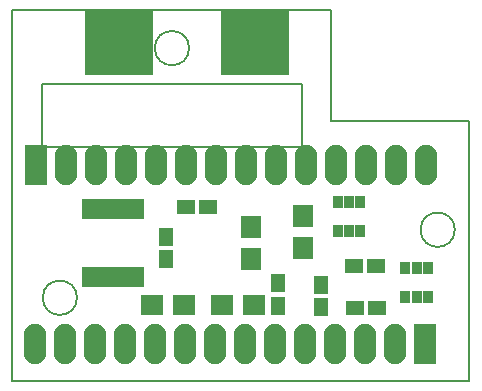
<source format=gbr>
G04 #@! TF.FileFunction,Soldermask,Bot*
%FSLAX46Y46*%
G04 Gerber Fmt 4.6, Leading zero omitted, Abs format (unit mm)*
G04 Created by KiCad (PCBNEW 4.0.2-stable) date 04/04/2016 12:36:13*
%MOMM*%
G01*
G04 APERTURE LIST*
%ADD10C,0.100000*%
%ADD11C,0.150000*%
%ADD12R,0.750520X1.799540*%
%ADD13R,1.700000X1.900000*%
%ADD14R,1.900000X1.700000*%
%ADD15R,0.900000X1.025000*%
%ADD16R,1.150000X1.600000*%
%ADD17R,1.600000X1.150000*%
%ADD18O,1.906220X3.414980*%
%ADD19R,1.906220X3.414980*%
%ADD20R,5.800000X5.400000*%
G04 APERTURE END LIST*
D10*
D11*
X138272205Y-108370000D02*
G75*
G03X138272205Y-108370000I-1452205J0D01*
G01*
X147762205Y-87232205D02*
G75*
G03X147762205Y-87232205I-1452205J0D01*
G01*
X170260000Y-102610000D02*
G75*
G03X170260000Y-102610000I-1452205J0D01*
G01*
X138272205Y-108370000D02*
G75*
G03X138272205Y-108370000I-1452205J0D01*
G01*
X157300000Y-95600000D02*
X135300000Y-95600000D01*
X157300000Y-90300000D02*
X157300000Y-95600000D01*
X135300000Y-90300000D02*
X157300000Y-90300000D01*
X135300000Y-95600000D02*
X135300000Y-90300000D01*
X171500000Y-115400000D02*
X132800000Y-115400000D01*
X171500000Y-115200000D02*
X171500000Y-115400000D01*
X171500000Y-111400000D02*
X171500000Y-115200000D01*
X171500000Y-103100000D02*
X171500000Y-111400000D01*
X171500000Y-93400000D02*
X171500000Y-103100000D01*
X159800000Y-93400000D02*
X171500000Y-93400000D01*
X159800000Y-84000000D02*
X159800000Y-93400000D01*
X132800000Y-84000000D02*
X159800000Y-84000000D01*
X132800000Y-84400000D02*
X132800000Y-84000000D01*
X132800000Y-85400000D02*
X132800000Y-84400000D01*
X132800000Y-115400000D02*
X132800000Y-85400000D01*
D12*
X143576040Y-106583480D03*
X142925800Y-106583480D03*
X142275560Y-106583480D03*
X141625320Y-106583480D03*
X140975080Y-106583480D03*
X140324840Y-106583480D03*
X139674600Y-106583480D03*
X139024360Y-106583480D03*
X139024360Y-100832920D03*
X139674600Y-100832920D03*
X140324840Y-100832920D03*
X140975080Y-100832920D03*
X141625320Y-100832920D03*
X142275560Y-100832920D03*
X142925800Y-100832920D03*
X143576040Y-100832920D03*
D13*
X153035000Y-102383600D03*
X153035000Y-105083600D03*
X157378400Y-101443800D03*
X157378400Y-104143800D03*
D14*
X147298400Y-109016800D03*
X144598400Y-109016800D03*
X153216600Y-109016800D03*
X150516600Y-109016800D03*
D15*
X160340000Y-100293000D03*
X161290000Y-100293000D03*
X162240000Y-100293000D03*
X160340000Y-102743000D03*
X161290000Y-102743000D03*
X162240000Y-102743000D03*
X166080400Y-105892600D03*
X167030400Y-105892600D03*
X167980400Y-105892600D03*
X166080400Y-108342600D03*
X167030400Y-108342600D03*
X167980400Y-108342600D03*
D16*
X145846800Y-103190000D03*
X145846800Y-105090000D03*
X155270200Y-109027000D03*
X155270200Y-107127000D03*
D17*
X149362200Y-100685600D03*
X147462200Y-100685600D03*
D16*
X158927800Y-109179400D03*
X158927800Y-107279400D03*
D17*
X161686200Y-105664000D03*
X163586200Y-105664000D03*
X161813200Y-109270800D03*
X163713200Y-109270800D03*
D18*
X144940000Y-97100000D03*
X147480000Y-97100000D03*
X150020000Y-97100000D03*
X152560000Y-97100000D03*
X155100000Y-97100000D03*
X157640000Y-97100000D03*
X160180000Y-97100000D03*
X162720000Y-97100000D03*
X165260000Y-97100000D03*
X142400000Y-97100000D03*
X139860000Y-97100000D03*
X137320000Y-97100000D03*
X167800000Y-97100000D03*
D19*
X134780000Y-97100000D03*
D18*
X157580000Y-112300000D03*
X155040000Y-112300000D03*
X152500000Y-112300000D03*
X149960000Y-112300000D03*
X147420000Y-112300000D03*
X144880000Y-112300000D03*
X142340000Y-112300000D03*
X139800000Y-112300000D03*
X137260000Y-112300000D03*
X160120000Y-112300000D03*
X162660000Y-112300000D03*
X165200000Y-112300000D03*
X134720000Y-112300000D03*
D19*
X167740000Y-112300000D03*
D20*
X141833600Y-86766400D03*
X153333600Y-86766400D03*
M02*

</source>
